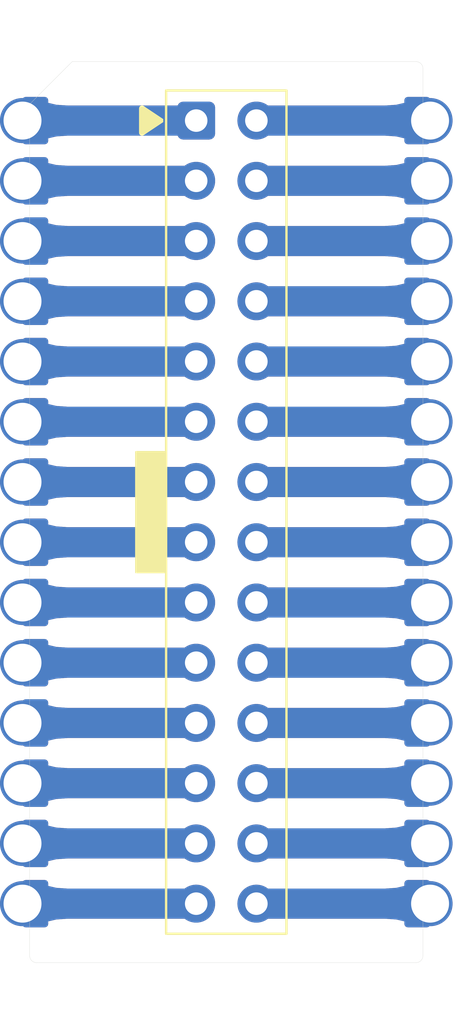
<source format=kicad_pcb>
(kicad_pcb (version 20240108) (generator "pcbnew") (generator_version "8.0")
  (title_block (title "Molex78802 PCB 28") (date "2021-05-20") (rev "005") (company "b.kenyon.w@gmail.com"))
  (layers (0 "F.Cu" signal "Top") (31 "B.Cu" signal "Bottom") (34 "B.Paste" user) (35 "F.Paste" user) (36 "B.SilkS" user "B.Silkscreen") (37 "F.SilkS" user "F.Silkscreen") (38 "B.Mask" user) (39 "F.Mask" user) (44 "Edge.Cuts" user))
  (net 0 "")
  (net 1 "/P24")
  (net 2 "/P20")
  (net 3 "/P25")
  (net 4 "/P01")
  (net 5 "/P08")
  (net 6 "/P18")
  (net 7 "/P12")
  (net 8 "/P04")
  (net 9 "/P19")
  (net 10 "/P06")
  (net 11 "/P09")
  (net 12 "/P02")
  (net 13 "/P28")
  (net 14 "/P21")
  (net 15 "/P17")
  (net 16 "/P03")
  (net 17 "/P10")
  (net 18 "/P07")
  (net 19 "/P14")
  (net 20 "/P11")
  (net 21 "/P26")
  (net 22 "/P05")
  (net 23 "/P27")
  (net 24 "/P16")
  (net 25 "/P22")
  (net 26 "/P15")
  (net 27 "/P23")
  (net 28 "/P13")
  (footprint "000_LOCAL:Molex78802_PCB_28" (layer "F.Cu") (at 147.2184 99.187)
    (property "Reference" "J1" (hide yes))
    (property "Value" "Molex_DIP28_edge_contacts" (hide yes))
    (fp_line (start -8.3 18.7) (end -8.3 -17.2) (stroke (width 0.01)) (layer "Edge.Cuts"))
    (fp_line (start -8 19) (end 8 19) (stroke (width 0.01)) (layer "Edge.Cuts"))
    (fp_line (start -6.5 -19) (end -8.3 -17.2) (stroke (width 0.01)) (layer "Edge.Cuts"))
    (fp_line (start 8 -19) (end -6.5 -19) (stroke (width 0.01)) (layer "Edge.Cuts"))
    (fp_line (start 8.3 18.7) (end 8.3 -18.7) (stroke (width 0.01)) (layer "Edge.Cuts"))
    (fp_arc (start -8 19) (mid -8.212132 18.912132) (end -8.3 18.7) (stroke (width 0.01)) (layer "Edge.Cuts"))
    (fp_arc (start 8 -19) (mid 8.212132 -18.912132) (end 8.3 -18.7) (stroke (width 0.01)) (layer "Edge.Cuts"))
    (fp_arc (start 8.3 18.7) (mid 8.212132 18.912132) (end 8 19) (stroke (width 0.01)) (layer "Edge.Cuts"))
    (pad "1" thru_hole circle (at -8.6002 -16.51) (size 1.9 1.9) (drill 1.6) (property pad_prop_castellated) (layers "*.Cu" "*.Mask") (net 4 "/P01"))
    (pad "1" smd roundrect (at -8.0645 -16.51) (size 1.1 2) (layers "F.Cu") (roundrect_rratio 0.1363636364) (net 4 "/P01"))
    (pad "1" smd roundrect (at -8.0645 -16.51) (size 1.1 2) (layers "B.Cu") (roundrect_rratio 0.1363636364) (net 4 "/P01"))
    (pad "2" thru_hole circle (at -8.6002 -13.97) (size 1.9 1.9) (drill 1.6) (property pad_prop_castellated) (layers "*.Cu" "*.Mask") (net 12 "/P02"))
    (pad "2" smd roundrect (at -8.0645 -13.97) (size 1.1 2) (layers "F.Cu") (roundrect_rratio 0.1363636364) (net 12 "/P02"))
    (pad "2" smd roundrect (at -8.0645 -13.97) (size 1.1 2) (layers "B.Cu") (roundrect_rratio 0.1363636364) (net 12 "/P02"))
    (pad "3" thru_hole circle (at -8.6002 -11.43) (size 1.9 1.9) (drill 1.6) (property pad_prop_castellated) (layers "*.Cu" "*.Mask") (net 16 "/P03"))
    (pad "3" smd roundrect (at -8.0645 -11.43) (size 1.1 2) (layers "F.Cu") (roundrect_rratio 0.1363636364) (net 16 "/P03"))
    (pad "3" smd roundrect (at -8.0645 -11.43) (size 1.1 2) (layers "B.Cu") (roundrect_rratio 0.1363636364) (net 16 "/P03"))
    (pad "4" thru_hole circle (at -8.6002 -8.89) (size 1.9 1.9) (drill 1.6) (property pad_prop_castellated) (layers "*.Cu" "*.Mask") (net 8 "/P04"))
    (pad "4" smd roundrect (at -8.0645 -8.89) (size 1.1 2) (layers "F.Cu") (roundrect_rratio 0.1363636364) (net 8 "/P04"))
    (pad "4" smd roundrect (at -8.0645 -8.89) (size 1.1 2) (layers "B.Cu") (roundrect_rratio 0.1363636364) (net 8 "/P04"))
    (pad "5" thru_hole circle (at -8.6002 -6.35) (size 1.9 1.9) (drill 1.6) (property pad_prop_castellated) (layers "*.Cu" "*.Mask") (net 22 "/P05"))
    (pad "5" smd roundrect (at -8.0645 -6.35) (size 1.1 2) (layers "F.Cu") (roundrect_rratio 0.1363636364) (net 22 "/P05"))
    (pad "5" smd roundrect (at -8.0645 -6.35) (size 1.1 2) (layers "B.Cu") (roundrect_rratio 0.1363636364) (net 22 "/P05"))
    (pad "6" thru_hole circle (at -8.6002 -3.81) (size 1.9 1.9) (drill 1.6) (property pad_prop_castellated) (layers "*.Cu" "*.Mask") (net 10 "/P06"))
    (pad "6" smd roundrect (at -8.0645 -3.81) (size 1.1 2) (layers "F.Cu") (roundrect_rratio 0.1363636364) (net 10 "/P06"))
    (pad "6" smd roundrect (at -8.0645 -3.81) (size 1.1 2) (layers "B.Cu") (roundrect_rratio 0.1363636364) (net 10 "/P06"))
    (pad "7" thru_hole circle (at -8.6002 -1.27) (size 1.9 1.9) (drill 1.6) (property pad_prop_castellated) (layers "*.Cu" "*.Mask") (net 18 "/P07"))
    (pad "7" smd roundrect (at -8.0645 -1.27) (size 1.1 2) (layers "F.Cu") (roundrect_rratio 0.1363636364) (net 18 "/P07"))
    (pad "7" smd roundrect (at -8.0645 -1.27) (size 1.1 2) (layers "B.Cu") (roundrect_rratio 0.1363636364) (net 18 "/P07"))
    (pad "8" thru_hole circle (at -8.6002 1.27) (size 1.9 1.9) (drill 1.6) (property pad_prop_castellated) (layers "*.Cu" "*.Mask") (net 5 "/P08"))
    (pad "8" smd roundrect (at -8.0645 1.27) (size 1.1 2) (layers "F.Cu") (roundrect_rratio 0.1363636364) (net 5 "/P08"))
    (pad "8" smd roundrect (at -8.0645 1.27) (size 1.1 2) (layers "B.Cu") (roundrect_rratio 0.1363636364) (net 5 "/P08"))
    (pad "9" thru_hole circle (at -8.6002 3.81) (size 1.9 1.9) (drill 1.6) (property pad_prop_castellated) (layers "*.Cu" "*.Mask") (net 11 "/P09"))
    (pad "9" smd roundrect (at -8.0645 3.81) (size 1.1 2) (layers "F.Cu") (roundrect_rratio 0.1363636364) (net 11 "/P09"))
    (pad "9" smd roundrect (at -8.0645 3.81) (size 1.1 2) (layers "B.Cu") (roundrect_rratio 0.1363636364) (net 11 "/P09"))
    (pad "10" thru_hole circle (at -8.6002 6.35) (size 1.9 1.9) (drill 1.6) (property pad_prop_castellated) (layers "*.Cu" "*.Mask") (net 17 "/P10"))
    (pad "10" smd roundrect (at -8.0645 6.35) (size 1.1 2) (layers "F.Cu") (roundrect_rratio 0.1363636364) (net 17 "/P10"))
    (pad "10" smd roundrect (at -8.0645 6.35) (size 1.1 2) (layers "B.Cu") (roundrect_rratio 0.1363636364) (net 17 "/P10"))
    (pad "11" thru_hole circle (at -8.6002 8.89) (size 1.9 1.9) (drill 1.6) (property pad_prop_castellated) (layers "*.Cu" "*.Mask") (net 20 "/P11"))
    (pad "11" smd roundrect (at -8.0645 8.89) (size 1.1 2) (layers "F.Cu") (roundrect_rratio 0.1363636364) (net 20 "/P11"))
    (pad "11" smd roundrect (at -8.0645 8.89) (size 1.1 2) (layers "B.Cu") (roundrect_rratio 0.1363636364) (net 20 "/P11"))
    (pad "12" thru_hole circle (at -8.6002 11.43) (size 1.9 1.9) (drill 1.6) (property pad_prop_castellated) (layers "*.Cu" "*.Mask") (net 7 "/P12"))
    (pad "12" smd roundrect (at -8.0645 11.43) (size 1.1 2) (layers "F.Cu") (roundrect_rratio 0.1363636364) (net 7 "/P12"))
    (pad "12" smd roundrect (at -8.0645 11.43) (size 1.1 2) (layers "B.Cu") (roundrect_rratio 0.1363636364) (net 7 "/P12"))
    (pad "13" thru_hole circle (at -8.6002 13.97) (size 1.9 1.9) (drill 1.6) (property pad_prop_castellated) (layers "*.Cu" "*.Mask") (net 28 "/P13"))
    (pad "13" smd roundrect (at -8.0645 13.97) (size 1.1 2) (layers "F.Cu") (roundrect_rratio 0.1363636364) (net 28 "/P13"))
    (pad "13" smd roundrect (at -8.0645 13.97) (size 1.1 2) (layers "B.Cu") (roundrect_rratio 0.1363636364) (net 28 "/P13"))
    (pad "14" thru_hole circle (at -8.6002 16.51) (size 1.9 1.9) (drill 1.6) (property pad_prop_castellated) (layers "*.Cu" "*.Mask") (net 19 "/P14"))
    (pad "14" smd roundrect (at -8.0645 16.51) (size 1.1 2) (layers "F.Cu") (roundrect_rratio 0.1363636364) (net 19 "/P14"))
    (pad "14" smd roundrect (at -8.0645 16.51) (size 1.1 2) (layers "B.Cu") (roundrect_rratio 0.1363636364) (net 19 "/P14"))
    (pad "15" smd roundrect (at 8.0645 16.51) (size 1.1 2) (layers "F.Cu") (roundrect_rratio 0.1363636364) (net 26 "/P15"))
    (pad "15" smd roundrect (at 8.0645 16.51) (size 1.1 2) (layers "B.Cu") (roundrect_rratio 0.1363636364) (net 26 "/P15"))
    (pad "15" thru_hole circle (at 8.6002 16.51) (size 1.9 1.9) (drill 1.6) (property pad_prop_castellated) (layers "*.Cu" "*.Mask") (net 26 "/P15"))
    (pad "16" smd roundrect (at 8.0645 13.97) (size 1.1 2) (layers "F.Cu") (roundrect_rratio 0.1363636364) (net 24 "/P16"))
    (pad "16" smd roundrect (at 8.0645 13.97) (size 1.1 2) (layers "B.Cu") (roundrect_rratio 0.1363636364) (net 24 "/P16"))
    (pad "16" thru_hole circle (at 8.6002 13.97) (size 1.9 1.9) (drill 1.6) (property pad_prop_castellated) (layers "*.Cu" "*.Mask") (net 24 "/P16"))
    (pad "17" smd roundrect (at 8.0645 11.43) (size 1.1 2) (layers "F.Cu") (roundrect_rratio 0.1363636364) (net 15 "/P17"))
    (pad "17" smd roundrect (at 8.0645 11.43) (size 1.1 2) (layers "B.Cu") (roundrect_rratio 0.1363636364) (net 15 "/P17"))
    (pad "17" thru_hole circle (at 8.6002 11.43) (size 1.9 1.9) (drill 1.6) (property pad_prop_castellated) (layers "*.Cu" "*.Mask") (net 15 "/P17"))
    (pad "18" smd roundrect (at 8.0645 8.89) (size 1.1 2) (layers "F.Cu") (roundrect_rratio 0.1363636364) (net 6 "/P18"))
    (pad "18" smd roundrect (at 8.0645 8.89) (size 1.1 2) (layers "B.Cu") (roundrect_rratio 0.1363636364) (net 6 "/P18"))
    (pad "18" thru_hole circle (at 8.6002 8.89) (size 1.9 1.9) (drill 1.6) (property pad_prop_castellated) (layers "*.Cu" "*.Mask") (net 6 "/P18"))
    (pad "19" smd roundrect (at 8.0645 6.35) (size 1.1 2) (layers "F.Cu") (roundrect_rratio 0.1363636364) (net 9 "/P19"))
    (pad "19" smd roundrect (at 8.0645 6.35) (size 1.1 2) (layers "B.Cu") (roundrect_rratio 0.1363636364) (net 9 "/P19"))
    (pad "19" thru_hole circle (at 8.6002 6.35) (size 1.9 1.9) (drill 1.6) (property pad_prop_castellated) (layers "*.Cu" "*.Mask") (net 9 "/P19"))
    (pad "20" smd roundrect (at 8.0645 3.81) (size 1.1 2) (layers "F.Cu") (roundrect_rratio 0.1363636364) (net 2 "/P20"))
    (pad "20" smd roundrect (at 8.0645 3.81) (size 1.1 2) (layers "B.Cu") (roundrect_rratio 0.1363636364) (net 2 "/P20"))
    (pad "20" thru_hole circle (at 8.6002 3.81) (size 1.9 1.9) (drill 1.6) (property pad_prop_castellated) (layers "*.Cu" "*.Mask") (net 2 "/P20"))
    (pad "21" smd roundrect (at 8.0645 1.27) (size 1.1 2) (layers "F.Cu") (roundrect_rratio 0.1363636364) (net 14 "/P21"))
    (pad "21" smd roundrect (at 8.0645 1.27) (size 1.1 2) (layers "B.Cu") (roundrect_rratio 0.1363636364) (net 14 "/P21"))
    (pad "21" thru_hole circle (at 8.6002 1.27) (size 1.9 1.9) (drill 1.6) (property pad_prop_castellated) (layers "*.Cu" "*.Mask") (net 14 "/P21"))
    (pad "22" smd roundrect (at 8.0645 -1.27) (size 1.1 2) (layers "F.Cu") (roundrect_rratio 0.1363636364) (net 25 "/P22"))
    (pad "22" smd roundrect (at 8.0645 -1.27) (size 1.1 2) (layers "B.Cu") (roundrect_rratio 0.1363636364) (net 25 "/P22"))
    (pad "22" thru_hole circle (at 8.6002 -1.27) (size 1.9 1.9) (drill 1.6) (property pad_prop_castellated) (layers "*.Cu" "*.Mask") (net 25 "/P22"))
    (pad "23" smd roundrect (at 8.0645 -3.81) (size 1.1 2) (layers "F.Cu") (roundrect_rratio 0.1363636364) (net 27 "/P23"))
    (pad "23" smd roundrect (at 8.0645 -3.81) (size 1.1 2) (layers "B.Cu") (roundrect_rratio 0.1363636364) (net 27 "/P23"))
    (pad "23" thru_hole circle (at 8.6002 -3.81) (size 1.9 1.9) (drill 1.6) (property pad_prop_castellated) (layers "*.Cu" "*.Mask") (net 27 "/P23"))
    (pad "24" smd roundrect (at 8.0645 -6.35) (size 1.1 2) (layers "F.Cu") (roundrect_rratio 0.1363636364) (net 1 "/P24"))
    (pad "24" smd roundrect (at 8.0645 -6.35) (size 1.1 2) (layers "B.Cu") (roundrect_rratio 0.1363636364) (net 1 "/P24"))
    (pad "24" thru_hole circle (at 8.6002 -6.35) (size 1.9 1.9) (drill 1.6) (property pad_prop_castellated) (layers "*.Cu" "*.Mask") (net 1 "/P24"))
    (pad "25" smd roundrect (at 8.0645 -8.89) (size 1.1 2) (layers "F.Cu") (roundrect_rratio 0.1363636364) (net 3 "/P25"))
    (pad "25" smd roundrect (at 8.0645 -8.89) (size 1.1 2) (layers "B.Cu") (roundrect_rratio 0.1363636364) (net 3 "/P25"))
    (pad "25" thru_hole circle (at 8.6002 -8.89) (size 1.9 1.9) (drill 1.6) (property pad_prop_castellated) (layers "*.Cu" "*.Mask") (net 3 "/P25"))
    (pad "26" smd roundrect (at 8.0645 -11.43) (size 1.1 2) (layers "F.Cu") (roundrect_rratio 0.1363636364) (net 21 "/P26"))
    (pad "26" smd roundrect (at 8.0645 -11.43) (size 1.1 2) (layers "B.Cu") (roundrect_rratio 0.1363636364) (net 21 "/P26"))
    (pad "26" thru_hole circle (at 8.6002 -11.43) (size 1.9 1.9) (drill 1.6) (property pad_prop_castellated) (layers "*.Cu" "*.Mask") (net 21 "/P26"))
    (pad "27" smd roundrect (at 8.0645 -13.97) (size 1.1 2) (layers "F.Cu") (roundrect_rratio 0.1363636364) (net 23 "/P27"))
    (pad "27" smd roundrect (at 8.0645 -13.97) (size 1.1 2) (layers "B.Cu") (roundrect_rratio 0.1363636364) (net 23 "/P27"))
    (pad "27" thru_hole circle (at 8.6002 -13.97) (size 1.9 1.9) (drill 1.6) (property pad_prop_castellated) (layers "*.Cu" "*.Mask") (net 23 "/P27"))
    (pad "28" smd roundrect (at 8.0645 -16.51) (size 1.1 2) (layers "F.Cu") (roundrect_rratio 0.1363636364) (net 13 "/P28"))
    (pad "28" smd roundrect (at 8.0645 -16.51) (size 1.1 2) (layers "B.Cu") (roundrect_rratio 0.1363636364) (net 13 "/P28"))
    (pad "28" thru_hole circle (at 8.6002 -16.51) (size 1.9 1.9) (drill 1.6) (property pad_prop_castellated) (layers "*.Cu" "*.Mask") (net 13 "/P28"))
  )
  (footprint "000_LOCAL:PinHeader_2x14_P2.54mm_Vertical" (layer "F.Cu") (at 145.9484 82.677)
    (property "Reference" "J2" (hide yes))
    (property "Value" "Conn_02x14_Odd_Even")
    (fp_rect (start -1.27 -1.27) (end 3.81 34.29) (stroke (width 0.1)) (fill none) (layer "F.SilkS"))
    (pad "1" thru_hole roundrect (at 0 0) (size 1.6 1.6) (drill 0.95) (layers "*.Cu" "*.Mask") (roundrect_rratio 0.15625) (net 4 "/P01"))
    (pad "2" thru_hole oval (at 2.54 0) (size 1.6 1.6) (drill 0.95) (layers "*.Cu" "*.Mask") (net 13 "/P28"))
    (pad "3" thru_hole oval (at 0 2.54) (size 1.6 1.6) (drill 0.95) (layers "*.Cu" "*.Mask") (net 12 "/P02"))
    (pad "4" thru_hole oval (at 2.54 2.54) (size 1.6 1.6) (drill 0.95) (layers "*.Cu" "*.Mask") (net 23 "/P27"))
    (pad "5" thru_hole oval (at 0 5.08) (size 1.6 1.6) (drill 0.95) (layers "*.Cu" "*.Mask") (net 16 "/P03"))
    (pad "6" thru_hole oval (at 2.54 5.08) (size 1.6 1.6) (drill 0.95) (layers "*.Cu" "*.Mask") (net 21 "/P26"))
    (pad "7" thru_hole oval (at 0 7.62) (size 1.6 1.6) (drill 0.95) (layers "*.Cu" "*.Mask") (net 8 "/P04"))
    (pad "8" thru_hole oval (at 2.54 7.62) (size 1.6 1.6) (drill 0.95) (layers "*.Cu" "*.Mask") (net 3 "/P25"))
    (pad "9" thru_hole oval (at 0 10.16) (size 1.6 1.6) (drill 0.95) (layers "*.Cu" "*.Mask") (net 22 "/P05"))
    (pad "10" thru_hole oval (at 2.54 10.16) (size 1.6 1.6) (drill 0.95) (layers "*.Cu" "*.Mask") (net 1 "/P24"))
    (pad "11" thru_hole oval (at 0 12.7) (size 1.6 1.6) (drill 0.95) (layers "*.Cu" "*.Mask") (net 10 "/P06"))
    (pad "12" thru_hole oval (at 2.54 12.7) (size 1.6 1.6) (drill 0.95) (layers "*.Cu" "*.Mask") (net 27 "/P23"))
    (pad "13" thru_hole oval (at 0 15.24) (size 1.6 1.6) (drill 0.95) (layers "*.Cu" "*.Mask") (net 18 "/P07"))
    (pad "14" thru_hole oval (at 2.54 15.24) (size 1.6 1.6) (drill 0.95) (layers "*.Cu" "*.Mask") (net 25 "/P22"))
    (pad "15" thru_hole oval (at 0 17.78) (size 1.6 1.6) (drill 0.95) (layers "*.Cu" "*.Mask") (net 5 "/P08"))
    (pad "16" thru_hole oval (at 2.54 17.78) (size 1.6 1.6) (drill 0.95) (layers "*.Cu" "*.Mask") (net 14 "/P21"))
    (pad "17" thru_hole oval (at 0 20.32) (size 1.6 1.6) (drill 0.95) (layers "*.Cu" "*.Mask") (net 11 "/P09"))
    (pad "18" thru_hole oval (at 2.54 20.32) (size 1.6 1.6) (drill 0.95) (layers "*.Cu" "*.Mask") (net 2 "/P20"))
    (pad "19" thru_hole oval (at 0 22.86) (size 1.6 1.6) (drill 0.95) (layers "*.Cu" "*.Mask") (net 17 "/P10"))
    (pad "20" thru_hole oval (at 2.54 22.86) (size 1.6 1.6) (drill 0.95) (layers "*.Cu" "*.Mask") (net 9 "/P19"))
    (pad "21" thru_hole oval (at 0 25.4) (size 1.6 1.6) (drill 0.95) (layers "*.Cu" "*.Mask") (net 20 "/P11"))
    (pad "22" thru_hole oval (at 2.54 25.4) (size 1.6 1.6) (drill 0.95) (layers "*.Cu" "*.Mask") (net 6 "/P18"))
    (pad "23" thru_hole oval (at 0 27.94) (size 1.6 1.6) (drill 0.95) (layers "*.Cu" "*.Mask") (net 7 "/P12"))
    (pad "24" thru_hole oval (at 2.54 27.94) (size 1.6 1.6) (drill 0.95) (layers "*.Cu" "*.Mask") (net 15 "/P17"))
    (pad "25" thru_hole oval (at 0 30.48) (size 1.6 1.6) (drill 0.95) (layers "*.Cu" "*.Mask") (net 28 "/P13"))
    (pad "26" thru_hole oval (at 2.54 30.48) (size 1.6 1.6) (drill 0.95) (layers "*.Cu" "*.Mask") (net 24 "/P16"))
    (pad "27" thru_hole oval (at 0 33.02) (size 1.6 1.6) (drill 0.95) (layers "*.Cu" "*.Mask") (net 19 "/P14"))
    (pad "28" thru_hole oval (at 2.54 33.02) (size 1.6 1.6) (drill 0.95) (layers "*.Cu" "*.Mask") (net 26 "/P15"))
  )
  (gr_poly (pts (xy 144.4244 82.677) (xy 143.6624 82.169) (xy 143.6624 83.185)) (stroke (width 0.254)) (fill solid) (layer "F.SilkS"))
  (gr_rect (start 143.4084 96.647) (end 144.6022 101.727) (stroke (width 0.0762)) (fill solid) (layer "F.SilkS"))
  (segment (start 155.2829 92.837) (end 148.4884 92.837) (width 1.27) (layer "F.Cu") (net 1))
  (segment (start 155.2829 92.837) (end 148.4884 92.837) (width 1.27) (layer "B.Cu") (net 1))
  (segment (start 155.2829 102.997) (end 148.4884 102.997) (width 1.27) (layer "F.Cu") (net 2))
  (segment (start 155.2829 102.997) (end 148.4884 102.997) (width 1.27) (layer "B.Cu") (net 2))
  (segment (start 155.2829 90.297) (end 148.4884 90.297) (width 1.27) (layer "F.Cu") (net 3))
  (segment (start 155.2829 90.297) (end 148.4884 90.297) (width 1.27) (layer "B.Cu") (net 3))
  (segment (start 139.1539 82.677) (end 145.9484 82.677) (width 1.27) (layer "F.Cu") (net 4))
  (segment (start 139.1539 82.677) (end 145.9484 82.677) (width 1.27) (layer "B.Cu") (net 4))
  (segment (start 139.1539 100.457) (end 145.9484 100.457) (width 1.27) (layer "F.Cu") (net 5))
  (segment (start 139.1539 100.457) (end 145.9484 100.457) (width 1.27) (layer "B.Cu") (net 5))
  (segment (start 155.2829 108.077) (end 148.4884 108.077) (width 1.27) (layer "F.Cu") (net 6))
  (segment (start 155.2829 108.077) (end 148.4884 108.077) (width 1.27) (layer "B.Cu") (net 6))
  (segment (start 139.1539 110.617) (end 145.9484 110.617) (width 1.27) (layer "F.Cu") (net 7))
  (segment (start 139.1539 110.617) (end 145.9484 110.617) (width 1.27) (layer "B.Cu") (net 7))
  (segment (start 139.1539 90.297) (end 145.9484 90.297) (width 1.27) (layer "F.Cu") (net 8))
  (segment (start 139.1539 90.297) (end 145.9484 90.297) (width 1.27) (layer "B.Cu") (net 8))
  (segment (start 155.2829 105.537) (end 148.4884 105.537) (width 1.27) (layer "F.Cu") (net 9))
  (segment (start 155.2829 105.537) (end 148.4884 105.537) (width 1.27) (layer "B.Cu") (net 9))
  (segment (start 139.1539 95.377) (end 145.9484 95.377) (width 1.27) (layer "F.Cu") (net 10))
  (segment (start 139.1539 95.377) (end 145.9484 95.377) (width 1.27) (layer "B.Cu") (net 10))
  (segment (start 139.1539 102.997) (end 145.9484 102.997) (width 1.27) (layer "F.Cu") (net 11))
  (segment (start 139.1539 102.997) (end 145.9484 102.997) (width 1.27) (layer "B.Cu") (net 11))
  (segment (start 139.1539 85.217) (end 145.9484 85.217) (width 1.27) (layer "F.Cu") (net 12))
  (segment (start 139.1539 85.217) (end 145.9484 85.217) (width 1.27) (layer "B.Cu") (net 12))
  (segment (start 155.2829 82.677) (end 148.4884 82.677) (width 1.27) (layer "F.Cu") (net 13))
  (segment (start 155.2829 82.677) (end 148.4884 82.677) (width 1.27) (layer "B.Cu") (net 13))
  (segment (start 155.2829 100.457) (end 148.4884 100.457) (width 1.27) (layer "F.Cu") (net 14))
  (segment (start 155.2829 100.457) (end 148.4884 100.457) (width 1.27) (layer "B.Cu") (net 14))
  (segment (start 155.2829 110.617) (end 148.4884 110.617) (width 1.27) (layer "F.Cu") (net 15))
  (segment (start 155.2829 110.617) (end 148.4884 110.617) (width 1.27) (layer "B.Cu") (net 15))
  (segment (start 139.1539 87.757) (end 145.9484 87.757) (width 1.27) (layer "F.Cu") (net 16))
  (segment (start 139.1539 87.757) (end 145.9484 87.757) (width 1.27) (layer "B.Cu") (net 16))
  (segment (start 139.1539 105.537) (end 145.9484 105.537) (width 1.27) (layer "F.Cu") (net 17))
  (segment (start 139.1539 105.537) (end 145.9484 105.537) (width 1.27) (layer "B.Cu") (net 17))
  (segment (start 139.1539 97.917) (end 145.9484 97.917) (width 1.27) (layer "F.Cu") (net 18))
  (segment (start 139.1539 97.917) (end 145.9484 97.917) (width 1.27) (layer "B.Cu") (net 18))
  (segment (start 139.1539 115.697) (end 145.9484 115.697) (width 1.27) (layer "F.Cu") (net 19))
  (segment (start 139.1539 115.697) (end 145.9484 115.697) (width 1.27) (layer "B.Cu") (net 19))
  (segment (start 139.1539 108.077) (end 145.9484 108.077) (width 1.27) (layer "F.Cu") (net 20))
  (segment (start 139.1539 108.077) (end 145.9484 108.077) (width 1.27) (layer "B.Cu") (net 20))
  (segment (start 155.2829 87.757) (end 148.4884 87.757) (width 1.27) (layer "F.Cu") (net 21))
  (segment (start 155.2829 87.757) (end 148.4884 87.757) (width 1.27) (layer "B.Cu") (net 21))
  (segment (start 139.1539 92.837) (end 145.9484 92.837) (width 1.27) (layer "F.Cu") (net 22))
  (segment (start 139.1539 92.837) (end 145.9484 92.837) (width 1.27) (layer "B.Cu") (net 22))
  (segment (start 155.2829 85.217) (end 148.4884 85.217) (width 1.27) (layer "F.Cu") (net 23))
  (segment (start 155.2829 85.217) (end 148.4884 85.217) (width 1.27) (layer "B.Cu") (net 23))
  (segment (start 155.2829 113.157) (end 148.4884 113.157) (width 1.27) (layer "F.Cu") (net 24))
  (segment (start 155.2829 113.157) (end 148.4884 113.157) (width 1.27) (layer "B.Cu") (net 24))
  (segment (start 155.2829 97.917) (end 148.4884 97.917) (width 1.27) (layer "F.Cu") (net 25))
  (segment (start 155.2829 97.917) (end 148.4884 97.917) (width 1.27) (layer "B.Cu") (net 25))
  (segment (start 155.2829 115.697) (end 148.4884 115.697) (width 1.27) (layer "F.Cu") (net 26))
  (segment (start 155.2829 115.697) (end 148.4884 115.697) (width 1.27) (layer "B.Cu") (net 26))
  (segment (start 155.2829 95.377) (end 148.4884 95.377) (width 1.27) (layer "F.Cu") (net 27))
  (segment (start 155.2829 95.377) (end 148.4884 95.377) (width 1.27) (layer "B.Cu") (net 27))
  (segment (start 139.1539 113.157) (end 145.9484 113.157) (width 1.27) (layer "F.Cu") (net 28))
  (segment (start 139.1539 113.157) (end 145.9484 113.157) (width 1.27) (layer "B.Cu") (net 28))
)
</source>
